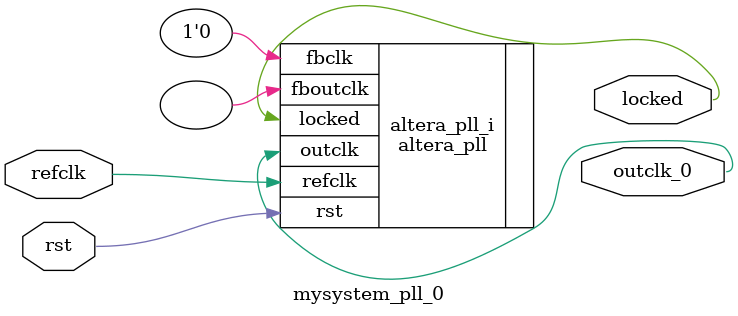
<source format=v>
`timescale 1ns/10ps
module  mysystem_pll_0(

	// interface 'refclk'
	input wire refclk,

	// interface 'reset'
	input wire rst,

	// interface 'outclk0'
	output wire outclk_0,

	// interface 'locked'
	output wire locked
);

	altera_pll #(
		.fractional_vco_multiplier("true"),
		.reference_clock_frequency("100.0 MHz"),
		.operation_mode("normal"),
		.number_of_clocks(1),
		.output_clock_frequency0("130.000000 MHz"),
		.phase_shift0("0 ps"),
		.duty_cycle0(50),
		.output_clock_frequency1("0 MHz"),
		.phase_shift1("0 ps"),
		.duty_cycle1(50),
		.output_clock_frequency2("0 MHz"),
		.phase_shift2("0 ps"),
		.duty_cycle2(50),
		.output_clock_frequency3("0 MHz"),
		.phase_shift3("0 ps"),
		.duty_cycle3(50),
		.output_clock_frequency4("0 MHz"),
		.phase_shift4("0 ps"),
		.duty_cycle4(50),
		.output_clock_frequency5("0 MHz"),
		.phase_shift5("0 ps"),
		.duty_cycle5(50),
		.output_clock_frequency6("0 MHz"),
		.phase_shift6("0 ps"),
		.duty_cycle6(50),
		.output_clock_frequency7("0 MHz"),
		.phase_shift7("0 ps"),
		.duty_cycle7(50),
		.output_clock_frequency8("0 MHz"),
		.phase_shift8("0 ps"),
		.duty_cycle8(50),
		.output_clock_frequency9("0 MHz"),
		.phase_shift9("0 ps"),
		.duty_cycle9(50),
		.output_clock_frequency10("0 MHz"),
		.phase_shift10("0 ps"),
		.duty_cycle10(50),
		.output_clock_frequency11("0 MHz"),
		.phase_shift11("0 ps"),
		.duty_cycle11(50),
		.output_clock_frequency12("0 MHz"),
		.phase_shift12("0 ps"),
		.duty_cycle12(50),
		.output_clock_frequency13("0 MHz"),
		.phase_shift13("0 ps"),
		.duty_cycle13(50),
		.output_clock_frequency14("0 MHz"),
		.phase_shift14("0 ps"),
		.duty_cycle14(50),
		.output_clock_frequency15("0 MHz"),
		.phase_shift15("0 ps"),
		.duty_cycle15(50),
		.output_clock_frequency16("0 MHz"),
		.phase_shift16("0 ps"),
		.duty_cycle16(50),
		.output_clock_frequency17("0 MHz"),
		.phase_shift17("0 ps"),
		.duty_cycle17(50),
		.pll_type("General"),
		.pll_subtype("General")
	) altera_pll_i (
		.rst	(rst),
		.outclk	({outclk_0}),
		.locked	(locked),
		.fboutclk	( ),
		.fbclk	(1'b0),
		.refclk	(refclk)
	);
endmodule


</source>
